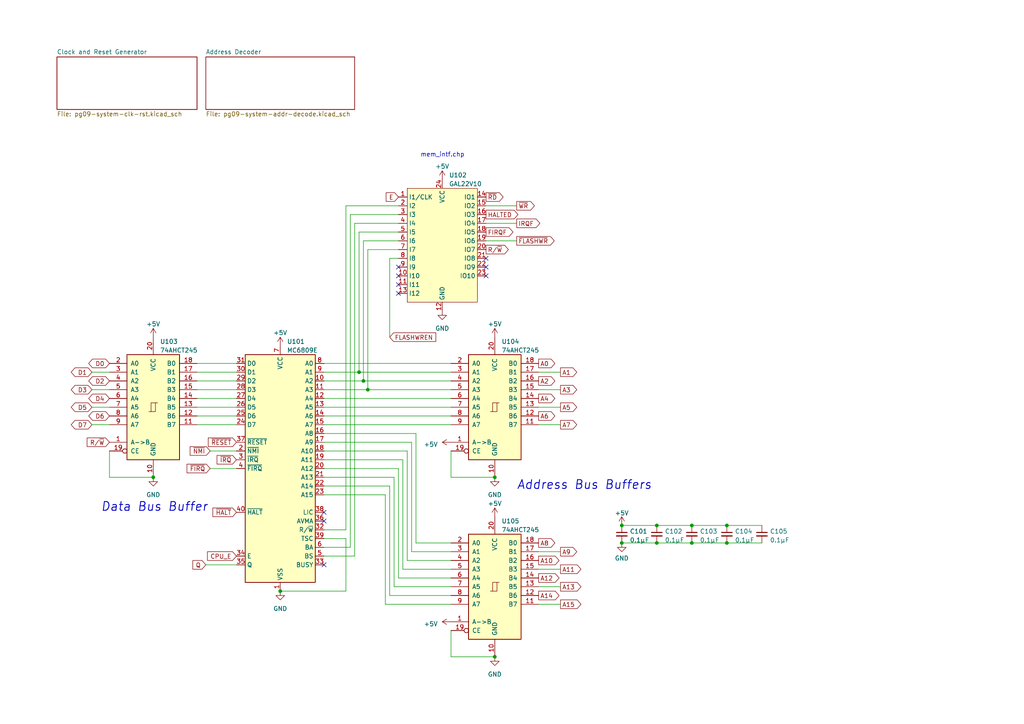
<source format=kicad_sch>
(kicad_sch (version 20230121) (generator eeschema)
  (paper "A4")
  (title_block (title "6809 Playground system board") (date "2023-04-29") (company "Copyright (c) 2022-2023 Jason R. Thorpe. See LICENSE."))
  (lib_symbols
    (symbol "74xx:74HC245" (pin_names (offset 1.016))
      (property "Reference" "U" (at -7.62 16.51 0))
      (property "Value" "74HC245" (at -7.62 -16.51 0))
      (symbol "74HC245_1_0"
        (polyline (pts (xy -0.635 -1.27) (xy -0.635 1.27) (xy 0.635 1.27)))
        (polyline (pts (xy -1.27 -1.27) (xy 0.635 -1.27) (xy 0.635 1.27) (xy 1.27 1.27)))
        (pin input line (at -12.7 -10.16 0) (length 5.08) (name "A->B") (number "1"))
        (pin power_in line (at 0 -20.32 90) (length 5.08) (name "GND") (number "10"))
        (pin tri_state line (at 12.7 -5.08 180) (length 5.08) (name "B7") (number "11"))
        (pin tri_state line (at 12.7 -2.54 180) (length 5.08) (name "B6") (number "12"))
        (pin tri_state line (at 12.7 0 180) (length 5.08) (name "B5") (number "13"))
        (pin tri_state line (at 12.7 2.54 180) (length 5.08) (name "B4") (number "14"))
        (pin tri_state line (at 12.7 5.08 180) (length 5.08) (name "B3") (number "15"))
        (pin tri_state line (at 12.7 7.62 180) (length 5.08) (name "B2") (number "16"))
        (pin tri_state line (at 12.7 10.16 180) (length 5.08) (name "B1") (number "17"))
        (pin tri_state line (at 12.7 12.7 180) (length 5.08) (name "B0") (number "18"))
        (pin input inverted (at -12.7 -12.7 0) (length 5.08) (name "CE") (number "19"))
        (pin tri_state line (at -12.7 12.7 0) (length 5.08) (name "A0") (number "2"))
        (pin power_in line (at 0 20.32 270) (length 5.08) (name "VCC") (number "20"))
        (pin tri_state line (at -12.7 10.16 0) (length 5.08) (name "A1") (number "3"))
        (pin tri_state line (at -12.7 7.62 0) (length 5.08) (name "A2") (number "4"))
        (pin tri_state line (at -12.7 5.08 0) (length 5.08) (name "A3") (number "5"))
        (pin tri_state line (at -12.7 2.54 0) (length 5.08) (name "A4") (number "6"))
        (pin tri_state line (at -12.7 0 0) (length 5.08) (name "A5") (number "7"))
        (pin tri_state line (at -12.7 -2.54 0) (length 5.08) (name "A6") (number "8"))
        (pin tri_state line (at -12.7 -5.08 0) (length 5.08) (name "A7") (number "9"))
      )
      (symbol "74HC245_1_1"
        (rectangle (start -7.62 15.24) (end 7.62 -15.24) (stroke (width 0.254)) (fill (type background)))
      )
    )
    (symbol "CPU_NXP_6800:MC6809E"
      (property "Reference" "U" (at -7.62 34.544 0))
      (property "Value" "MC6809E" (at 10.16 34.544 0))
      (symbol "MC6809E_0_1"
        (rectangle (start -10.16 -33.02) (end 10.16 33.02) (stroke (width 0.254)) (fill (type background)))
      )
      (symbol "MC6809E_1_1"
        (pin power_in line (at 0 -35.56 90) (length 2.54) (name "VSS") (number "1"))
        (pin output line (at 12.7 25.4 180) (length 2.54) (name "A2") (number "10"))
        (pin output line (at 12.7 22.86 180) (length 2.54) (name "A3") (number "11"))
        (pin output line (at 12.7 20.32 180) (length 2.54) (name "A4") (number "12"))
        (pin output line (at 12.7 17.78 180) (length 2.54) (name "A5") (number "13"))
        (pin output line (at 12.7 15.24 180) (length 2.54) (name "A6") (number "14"))
        (pin output line (at 12.7 12.7 180) (length 2.54) (name "A7") (number "15"))
        (pin output line (at 12.7 10.16 180) (length 2.54) (name "A8") (number "16"))
        (pin output line (at 12.7 7.62 180) (length 2.54) (name "A9") (number "17"))
        (pin output line (at 12.7 5.08 180) (length 2.54) (name "A10") (number "18"))
        (pin output line (at 12.7 2.54 180) (length 2.54) (name "A11") (number "19"))
        (pin input line (at -12.7 5.08 0) (length 2.54) (name "~{NMI}") (number "2"))
        (pin output line (at 12.7 0 180) (length 2.54) (name "A12") (number "20"))
        (pin output line (at 12.7 -2.54 180) (length 2.54) (name "A13") (number "21"))
        (pin output line (at 12.7 -5.08 180) (length 2.54) (name "A14") (number "22"))
        (pin output line (at 12.7 -7.62 180) (length 2.54) (name "A15") (number "23"))
        (pin bidirectional line (at -12.7 12.7 0) (length 2.54) (name "D7") (number "24"))
        (pin bidirectional line (at -12.7 15.24 0) (length 2.54) (name "D6") (number "25"))
        (pin bidirectional line (at -12.7 17.78 0) (length 2.54) (name "D5") (number "26"))
        (pin bidirectional line (at -12.7 20.32 0) (length 2.54) (name "D4") (number "27"))
        (pin bidirectional line (at -12.7 22.86 0) (length 2.54) (name "D3") (number "28"))
        (pin bidirectional line (at -12.7 25.4 0) (length 2.54) (name "D2") (number "29"))
        (pin input line (at -12.7 2.54 0) (length 2.54) (name "~{IRQ}") (number "3"))
        (pin bidirectional line (at -12.7 27.94 0) (length 2.54) (name "D1") (number "30"))
        (pin bidirectional line (at -12.7 30.48 0) (length 2.54) (name "D0") (number "31"))
        (pin output line (at 12.7 -17.78 180) (length 2.54) (name "R/~{W}") (number "32"))
        (pin output line (at 12.7 -27.94 180) (length 2.54) (name "BUSY") (number "33"))
        (pin input line (at -12.7 -25.4 0) (length 2.54) (name "E") (number "34"))
        (pin input line (at -12.7 -27.94 0) (length 2.54) (name "Q") (number "35"))
        (pin output line (at 12.7 -15.24 180) (length 2.54) (name "AVMA") (number "36"))
        (pin input line (at -12.7 7.62 0) (length 2.54) (name "~{RESET}") (number "37"))
        (pin output line (at 12.7 -12.7 180) (length 2.54) (name "LIC") (number "38"))
        (pin output line (at 12.7 -20.32 180) (length 2.54) (name "TSC") (number "39"))
        (pin input line (at -12.7 0 0) (length 2.54) (name "~{FIRQ}") (number "4"))
        (pin input line (at -12.7 -12.7 0) (length 2.54) (name "~{HALT}") (number "40"))
        (pin output line (at 12.7 -25.4 180) (length 2.54) (name "BS") (number "5"))
        (pin output line (at 12.7 -22.86 180) (length 2.54) (name "BA") (number "6"))
        (pin power_in line (at 0 35.56 270) (length 2.54) (name "VCC") (number "7"))
        (pin output line (at 12.7 30.48 180) (length 2.54) (name "A0") (number "8"))
        (pin output line (at 12.7 27.94 180) (length 2.54) (name "A1") (number "9"))
      )
    )
    (symbol "Device:C_Small" (pin_numbers hide) (pin_names (offset 0.254) hide)
      (property "Reference" "C" (at 0.254 1.778 0))
      (property "Value" "C_Small" (at 0.254 -2.032 0))
      (symbol "C_Small_0_1"
        (polyline (pts (xy -1.524 -0.508) (xy 1.524 -0.508)) (stroke (width 0.3302)))
        (polyline (pts (xy -1.524 0.508) (xy 1.524 0.508)) (stroke (width 0.3048)))
      )
      (symbol "C_Small_1_1"
        (pin passive line (at 0 2.54 270) (length 2.032) (name "~") (number "1"))
        (pin passive line (at 0 -2.54 90) (length 2.032) (name "~") (number "2"))
      )
    )
    (symbol "jrt-ICs:GAL22V10" (pin_names (offset 0.5))
      (property "Reference" "U" (at 2.54 20.32 0))
      (property "Value" "GAL22V10" (at 0 0 0))
      (symbol "GAL22V10_1_1"
        (rectangle (start -10.16 16.51) (end 10.16 -16.51) (fill (type background)))
        (pin input line (at -12.7 13.97 0) (length 2.54) (name "I1/CLK") (number "1"))
        (pin input line (at -12.7 -8.89 0) (length 2.54) (name "I10") (number "10"))
        (pin input line (at -12.7 -11.43 0) (length 2.54) (name "I11") (number "11"))
        (pin power_in line (at 0 -19.05 90) (length 2.54) (name "GND") (number "12"))
        (pin input line (at -12.7 -13.97 0) (length 2.54) (name "I12") (number "13"))
        (pin tri_state line (at 12.7 13.97 180) (length 2.54) (name "IO1") (number "14"))
        (pin tri_state line (at 12.7 11.43 180) (length 2.54) (name "IO2") (number "15"))
        (pin tri_state line (at 12.7 8.89 180) (length 2.54) (name "IO3") (number "16"))
        (pin tri_state line (at 12.7 6.35 180) (length 2.54) (name "IO4") (number "17"))
        (pin tri_state line (at 12.7 3.81 180) (length 2.54) (name "IO5") (number "18"))
        (pin tri_state line (at 12.7 1.27 180) (length 2.54) (name "IO6") (number "19"))
        (pin input line (at -12.7 11.43 0) (length 2.54) (name "I2") (number "2"))
        (pin tri_state line (at 12.7 -1.27 180) (length 2.54) (name "IO7") (number "20"))
        (pin tri_state line (at 12.7 -3.81 180) (length 2.54) (name "IO8") (number "21"))
        (pin tri_state line (at 12.7 -6.35 180) (length 2.54) (name "IO9") (number "22"))
        (pin tri_state line (at 12.7 -8.89 180) (length 2.54) (name "IO10") (number "23"))
        (pin power_in line (at 0 19.05 270) (length 2.54) (name "VCC") (number "24"))
        (pin input line (at -12.7 8.89 0) (length 2.54) (name "I3") (number "3"))
        (pin input line (at -12.7 6.35 0) (length 2.54) (name "I4") (number "4"))
        (pin input line (at -12.7 3.81 0) (length 2.54) (name "I5") (number "5"))
        (pin input line (at -12.7 1.27 0) (length 2.54) (name "I6") (number "6"))
        (pin input line (at -12.7 -1.27 0) (length 2.54) (name "I7") (number "7"))
        (pin input line (at -12.7 -3.81 0) (length 2.54) (name "I8") (number "8"))
        (pin input line (at -12.7 -6.35 0) (length 2.54) (name "I9") (number "9"))
      )
    )
    (symbol "power:+5V" (power) (pin_names (offset 0))
      (property "Value" "+5V" (at 0 3.556 0))
      (symbol "+5V_0_1"
        (polyline (pts (xy -0.762 1.27) (xy 0 2.54)))
        (polyline (pts (xy 0 0) (xy 0 2.54)))
        (polyline (pts (xy 0 2.54) (xy 0.762 1.27)))
      )
      (symbol "+5V_1_1"
        (pin power_in line (at 0 0 90) (length 0) hide (name "+5V") (number "1"))
      )
    )
    (symbol "power:GND" (power) (pin_names (offset 0))
      (property "Value" "GND" (at 0 -3.81 0))
      (symbol "GND_0_1"
        (polyline (pts (xy 0 0) (xy 0 -1.27) (xy 1.27 -1.27) (xy 0 -2.54) (xy -1.27 -1.27) (xy 0 -1.27)))
      )
      (symbol "GND_1_1"
        (pin power_in line (at 0 0 270) (length 0) hide (name "GND") (number "1"))
      )
    )
  )
  (junction (at 200.66 152.4))
  (junction (at 190.5 157.48))
  (junction (at 210.82 152.4))
  (junction (at 44.45 138.43))
  (junction (at 106.68 113.03))
  (junction (at 180.34 152.4))
  (junction (at 105.41 110.49))
  (junction (at 180.34 157.48))
  (junction (at 81.28 171.45))
  (junction (at 210.82 157.48))
  (junction (at 143.51 138.43))
  (junction (at 143.51 190.5))
  (junction (at 190.5 152.4))
  (junction (at 104.14 107.95))
  (junction (at 200.66 157.48))
  (no_connect (at 115.57 80.01))
  (no_connect (at 93.98 151.13))
  (no_connect (at 115.57 85.09))
  (no_connect (at 140.97 77.47))
  (no_connect (at 93.98 148.59))
  (no_connect (at 140.97 74.93))
  (no_connect (at 140.97 80.01))
  (no_connect (at 93.98 163.83))
  (no_connect (at 115.57 82.55))
  (no_connect (at 115.57 77.47))
  (wire (pts (xy 59.69 163.83) (xy 68.58 163.83)))
  (wire (pts (xy 102.87 161.29) (xy 102.87 64.77)))
  (wire (pts (xy 100.33 153.67) (xy 100.33 59.69)))
  (wire (pts (xy 93.98 135.89) (xy 115.57 135.89)))
  (wire (pts (xy 57.15 123.19) (xy 68.58 123.19)))
  (wire (pts (xy 156.21 165.1) (xy 162.56 165.1)))
  (wire (pts (xy 156.21 160.02) (xy 162.56 160.02)))
  (wire (pts (xy 111.76 143.51) (xy 111.76 175.26)))
  (wire (pts (xy 119.38 160.02) (xy 130.81 160.02)))
  (wire (pts (xy 93.98 161.29) (xy 102.87 161.29)))
  (wire (pts (xy 31.75 130.81) (xy 31.75 138.43)))
  (wire (pts (xy 93.98 113.03) (xy 106.68 113.03)))
  (wire (pts (xy 180.34 157.48) (xy 190.5 157.48)))
  (wire (pts (xy 118.11 162.56) (xy 130.81 162.56)))
  (wire (pts (xy 190.5 152.4) (xy 200.66 152.4)))
  (wire (pts (xy 115.57 135.89) (xy 115.57 167.64)))
  (wire (pts (xy 156.21 113.03) (xy 162.56 113.03)))
  (wire (pts (xy 113.03 97.79) (xy 113.03 74.93)))
  (wire (pts (xy 57.15 113.03) (xy 68.58 113.03)))
  (wire (pts (xy 113.03 172.72) (xy 130.81 172.72)))
  (wire (pts (xy 60.96 135.89) (xy 68.58 135.89)))
  (wire (pts (xy 93.98 105.41) (xy 130.81 105.41)))
  (wire (pts (xy 26.67 123.19) (xy 31.75 123.19)))
  (wire (pts (xy 116.84 165.1) (xy 130.81 165.1)))
  (wire (pts (xy 106.68 72.39) (xy 115.57 72.39)))
  (wire (pts (xy 104.14 107.95) (xy 130.81 107.95)))
  (wire (pts (xy 60.96 130.81) (xy 68.58 130.81)))
  (wire (pts (xy 140.97 59.69) (xy 149.86 59.69)))
  (wire (pts (xy 120.65 125.73) (xy 120.65 157.48)))
  (wire (pts (xy 105.41 110.49) (xy 130.81 110.49)))
  (wire (pts (xy 116.84 133.35) (xy 116.84 165.1)))
  (wire (pts (xy 106.68 113.03) (xy 130.81 113.03)))
  (wire (pts (xy 93.98 140.97) (xy 113.03 140.97)))
  (wire (pts (xy 93.98 125.73) (xy 120.65 125.73)))
  (wire (pts (xy 57.15 115.57) (xy 68.58 115.57)))
  (wire (pts (xy 101.6 62.23) (xy 115.57 62.23)))
  (wire (pts (xy 93.98 130.81) (xy 118.11 130.81)))
  (wire (pts (xy 120.65 157.48) (xy 130.81 157.48)))
  (wire (pts (xy 156.21 170.18) (xy 162.56 170.18)))
  (wire (pts (xy 130.81 190.5) (xy 143.51 190.5)))
  (wire (pts (xy 210.82 152.4) (xy 220.98 152.4)))
  (wire (pts (xy 93.98 123.19) (xy 130.81 123.19)))
  (wire (pts (xy 113.03 74.93) (xy 115.57 74.93)))
  (wire (pts (xy 114.3 170.18) (xy 130.81 170.18)))
  (wire (pts (xy 93.98 128.27) (xy 119.38 128.27)))
  (wire (pts (xy 190.5 157.48) (xy 200.66 157.48)))
  (wire (pts (xy 93.98 120.65) (xy 130.81 120.65)))
  (wire (pts (xy 93.98 143.51) (xy 111.76 143.51)))
  (wire (pts (xy 26.67 107.95) (xy 31.75 107.95)))
  (wire (pts (xy 57.15 118.11) (xy 68.58 118.11)))
  (wire (pts (xy 130.81 138.43) (xy 143.51 138.43)))
  (wire (pts (xy 200.66 157.48) (xy 210.82 157.48)))
  (wire (pts (xy 119.38 128.27) (xy 119.38 160.02)))
  (wire (pts (xy 26.67 118.11) (xy 31.75 118.11)))
  (wire (pts (xy 93.98 133.35) (xy 116.84 133.35)))
  (wire (pts (xy 180.34 152.4) (xy 190.5 152.4)))
  (wire (pts (xy 26.67 113.03) (xy 31.75 113.03)))
  (wire (pts (xy 57.15 120.65) (xy 68.58 120.65)))
  (wire (pts (xy 114.3 138.43) (xy 114.3 170.18)))
  (wire (pts (xy 31.75 138.43) (xy 44.45 138.43)))
  (wire (pts (xy 100.33 156.21) (xy 100.33 171.45)))
  (wire (pts (xy 93.98 153.67) (xy 100.33 153.67)))
  (wire (pts (xy 102.87 64.77) (xy 115.57 64.77)))
  (wire (pts (xy 57.15 107.95) (xy 68.58 107.95)))
  (wire (pts (xy 130.81 130.81) (xy 130.81 138.43)))
  (wire (pts (xy 210.82 157.48) (xy 220.98 157.48)))
  (wire (pts (xy 118.11 130.81) (xy 118.11 162.56)))
  (wire (pts (xy 140.97 64.77) (xy 149.86 64.77)))
  (wire (pts (xy 100.33 171.45) (xy 81.28 171.45)))
  (wire (pts (xy 93.98 110.49) (xy 105.41 110.49)))
  (wire (pts (xy 111.76 175.26) (xy 130.81 175.26)))
  (wire (pts (xy 106.68 113.03) (xy 106.68 72.39)))
  (wire (pts (xy 200.66 152.4) (xy 210.82 152.4)))
  (wire (pts (xy 93.98 158.75) (xy 101.6 158.75)))
  (wire (pts (xy 156.21 107.95) (xy 162.56 107.95)))
  (wire (pts (xy 100.33 59.69) (xy 115.57 59.69)))
  (wire (pts (xy 93.98 107.95) (xy 104.14 107.95)))
  (wire (pts (xy 156.21 118.11) (xy 162.56 118.11)))
  (wire (pts (xy 104.14 107.95) (xy 104.14 67.31)))
  (wire (pts (xy 93.98 156.21) (xy 100.33 156.21)))
  (wire (pts (xy 57.15 110.49) (xy 68.58 110.49)))
  (wire (pts (xy 115.57 167.64) (xy 130.81 167.64)))
  (wire (pts (xy 105.41 110.49) (xy 105.41 69.85)))
  (wire (pts (xy 93.98 118.11) (xy 130.81 118.11)))
  (wire (pts (xy 156.21 175.26) (xy 162.56 175.26)))
  (wire (pts (xy 105.41 69.85) (xy 115.57 69.85)))
  (wire (pts (xy 93.98 115.57) (xy 130.81 115.57)))
  (wire (pts (xy 93.98 138.43) (xy 114.3 138.43)))
  (wire (pts (xy 130.81 182.88) (xy 130.81 190.5)))
  (wire (pts (xy 57.15 105.41) (xy 68.58 105.41)))
  (wire (pts (xy 101.6 158.75) (xy 101.6 62.23)))
  (wire (pts (xy 104.14 67.31) (xy 115.57 67.31)))
  (wire (pts (xy 113.03 140.97) (xy 113.03 172.72)))
  (wire (pts (xy 140.97 69.85) (xy 149.86 69.85)))
  (wire (pts (xy 156.21 123.19) (xy 162.56 123.19)))
  (text "mem_intf.chp" (at 121.92 45.72 0) (effects (font (size 1.27 1.27)) (justify left bottom)))
  (text "Address Bus Buffers" (at 149.86 142.24 0) (effects (font (size 2.54 2.54) (thickness 0.254) bold italic) (justify left bottom)))
  (text "Data Bus Buffer" (at 29.21 148.59 0) (effects (font (size 2.54 2.54) (thickness 0.254) bold italic) (justify left bottom)))
  (global_label "A14" (shape output) (at 156.21 172.72 0) (property "Intersheetrefs" "${INTERSHEET_REFS}" (effects hide)))
  (global_label "D7" (shape bidirectional) (at 26.67 123.19 180) (property "Intersheetrefs" "${INTERSHEET_REFS}" (effects hide)))
  (global_label "~{HALT}" (shape input) (at 68.58 148.59 180) (property "Intersheetrefs" "${INTERSHEET_REFS}" (effects hide)))
  (global_label "~{NMI}" (shape input) (at 60.96 130.81 180) (property "Intersheetrefs" "${INTERSHEET_REFS}" (effects hide)))
  (global_label "A6" (shape output) (at 156.21 120.65 0) (property "Intersheetrefs" "${INTERSHEET_REFS}" (effects hide)))
  (global_label "A15" (shape output) (at 162.56 175.26 0) (property "Intersheetrefs" "${INTERSHEET_REFS}" (effects hide)))
  (global_label "A11" (shape output) (at 162.56 165.1 0) (property "Intersheetrefs" "${INTERSHEET_REFS}" (effects hide)))
  (global_label "Q" (shape input) (at 59.69 163.83 180) (property "Intersheetrefs" "${INTERSHEET_REFS}" (effects hide)))
  (global_label "D6" (shape bidirectional) (at 31.75 120.65 180) (property "Intersheetrefs" "${INTERSHEET_REFS}" (effects hide)))
  (global_label "~{WR}" (shape output) (at 149.86 59.69 0) (property "Intersheetrefs" "${INTERSHEET_REFS}" (effects hide)))
  (global_label "A10" (shape output) (at 156.21 162.56 0) (property "Intersheetrefs" "${INTERSHEET_REFS}" (effects hide)))
  (global_label "A3" (shape output) (at 162.56 113.03 0) (property "Intersheetrefs" "${INTERSHEET_REFS}" (effects hide)))
  (global_label "HALTED" (shape output) (at 140.97 62.23 0) (property "Intersheetrefs" "${INTERSHEET_REFS}" (effects hide)))
  (global_label "~{RESET}" (shape input) (at 68.58 128.27 180) (property "Intersheetrefs" "${INTERSHEET_REFS}" (effects hide)))
  (global_label "~{FIRQ}" (shape input) (at 60.96 135.89 180) (property "Intersheetrefs" "${INTERSHEET_REFS}" (effects hide)))
  (global_label "R{slash}~{W}" (shape input) (at 31.75 128.27 180) (property "Intersheetrefs" "${INTERSHEET_REFS}" (effects hide)))
  (global_label "A0" (shape output) (at 156.21 105.41 0) (property "Intersheetrefs" "${INTERSHEET_REFS}" (effects hide)))
  (global_label "IRQF" (shape output) (at 149.86 64.77 0) (property "Intersheetrefs" "${INTERSHEET_REFS}" (effects hide)))
  (global_label "D2" (shape bidirectional) (at 31.75 110.49 180) (property "Intersheetrefs" "${INTERSHEET_REFS}" (effects hide)))
  (global_label "A7" (shape output) (at 162.56 123.19 0) (property "Intersheetrefs" "${INTERSHEET_REFS}" (effects hide)))
  (global_label "D4" (shape bidirectional) (at 31.75 115.57 180) (property "Intersheetrefs" "${INTERSHEET_REFS}" (effects hide)))
  (global_label "~{RD}" (shape output) (at 140.97 57.15 0) (property "Intersheetrefs" "${INTERSHEET_REFS}" (effects hide)))
  (global_label "A13" (shape output) (at 162.56 170.18 0) (property "Intersheetrefs" "${INTERSHEET_REFS}" (effects hide)))
  (global_label "E" (shape input) (at 115.57 57.15 180) (property "Intersheetrefs" "${INTERSHEET_REFS}" (effects hide)))
  (global_label "R{slash}~{W}" (shape output) (at 140.97 72.39 0) (property "Intersheetrefs" "${INTERSHEET_REFS}" (effects hide)))
  (global_label "FIRQF" (shape output) (at 140.97 67.31 0) (property "Intersheetrefs" "${INTERSHEET_REFS}" (effects hide)))
  (global_label "A2" (shape output) (at 156.21 110.49 0) (property "Intersheetrefs" "${INTERSHEET_REFS}" (effects hide)))
  (global_label "~{IRQ}" (shape input) (at 68.58 133.35 180) (property "Intersheetrefs" "${INTERSHEET_REFS}" (effects hide)))
  (global_label "D0" (shape bidirectional) (at 31.75 105.41 180) (property "Intersheetrefs" "${INTERSHEET_REFS}" (effects hide)))
  (global_label "A8" (shape output) (at 156.21 157.48 0) (property "Intersheetrefs" "${INTERSHEET_REFS}" (effects hide)))
  (global_label "A1" (shape output) (at 162.56 107.95 0) (property "Intersheetrefs" "${INTERSHEET_REFS}" (effects hide)))
  (global_label "~{FLASHWR}" (shape output) (at 149.86 69.85 0) (property "Intersheetrefs" "${INTERSHEET_REFS}" (effects hide)))
  (global_label "A9" (shape output) (at 162.56 160.02 0) (property "Intersheetrefs" "${INTERSHEET_REFS}" (effects hide)))
  (global_label "CPU_E" (shape input) (at 68.58 161.29 180) (property "Intersheetrefs" "${INTERSHEET_REFS}" (effects hide)))
  (global_label "A4" (shape output) (at 156.21 115.57 0) (property "Intersheetrefs" "${INTERSHEET_REFS}" (effects hide)))
  (global_label "A5" (shape output) (at 162.56 118.11 0) (property "Intersheetrefs" "${INTERSHEET_REFS}" (effects hide)))
  (global_label "FLASHWREN" (shape input) (at 113.03 97.79 0) (property "Intersheetrefs" "${INTERSHEET_REFS}" (effects hide)))
  (global_label "D3" (shape bidirectional) (at 26.67 113.03 180) (property "Intersheetrefs" "${INTERSHEET_REFS}" (effects hide)))
  (global_label "D5" (shape bidirectional) (at 26.67 118.11 180) (property "Intersheetrefs" "${INTERSHEET_REFS}" (effects hide)))
  (global_label "D1" (shape bidirectional) (at 26.67 107.95 180) (property "Intersheetrefs" "${INTERSHEET_REFS}" (effects hide)))
  (global_label "A12" (shape output) (at 156.21 167.64 0) (property "Intersheetrefs" "${INTERSHEET_REFS}" (effects hide)))
  (symbol (lib_id "74xx:74HC245") (at 143.51 170.18 0) (unit 1)
    (property "Reference" "U105" (at 145.4659 151.13 0) (effects (justify left)))
    (property "Value" "74AHCT245" (at 145.4659 153.67 0) (effects (justify left)))
    (property "Datasheet" "http://www.ti.com/lit/gpn/sn74HC245" (effects hide))
  )
  (symbol (lib_id "power:+5V") (at 128.27 52.07 0) (unit 1)
    (property "Reference" "#PWR0105" (effects hide))
    (property "Value" "+5V" (at 128.27 48.26 0))
  )
  (symbol (lib_id "CPU_NXP_6800:MC6809E") (at 81.28 135.89 0) (unit 1)
    (property "Reference" "U101" (at 83.2359 99.06 0) (effects (justify left)))
    (property "Value" "MC6809E" (at 83.2359 101.6 0) (effects (justify left)))
    (property "Footprint" "Package_DIP:DIP-40_W15.24mm" (effects hide))
    (property "Datasheet" "http://pdf.datasheetcatalog.com/datasheet/motorola/MC68B09S.pdf" (effects hide))
  )
  (symbol (lib_id "power:GND") (at 143.51 138.43 0) (unit 1)
    (property "Reference" "#PWR0111" (effects hide))
    (property "Value" "GND" (at 143.51 143.51 0))
  )
  (symbol (lib_id "power:GND") (at 180.34 157.48 0) (unit 1)
    (property "Reference" "#PWR0114" (effects hide))
    (property "Value" "GND" (at 180.34 161.9234 0))
  )
  (symbol (lib_id "74xx:74HC245") (at 143.51 118.11 0) (unit 1)
    (property "Reference" "U104" (at 145.4659 99.06 0) (effects (justify left)))
    (property "Value" "74AHCT245" (at 145.4659 101.6 0) (effects (justify left)))
    (property "Datasheet" "http://www.ti.com/lit/gpn/sn74HC245" (effects hide))
  )
  (symbol (lib_id "power:GND") (at 81.28 171.45 0) (unit 1)
    (property "Reference" "#PWR0102" (effects hide))
    (property "Value" "GND" (at 81.28 176.53 0))
  )
  (symbol (lib_id "power:GND") (at 128.27 90.17 0) (unit 1)
    (property "Reference" "#PWR0104" (effects hide))
    (property "Value" "GND" (at 128.27 95.25 0))
  )
  (symbol (lib_id "power:GND") (at 44.45 138.43 0) (unit 1)
    (property "Reference" "#PWR0106" (effects hide))
    (property "Value" "GND" (at 44.45 143.51 0))
  )
  (symbol (lib_id "power:GND") (at 143.51 190.5 0) (unit 1)
    (property "Reference" "#PWR0110" (effects hide))
    (property "Value" "GND" (at 143.51 195.58 0))
  )
  (symbol (lib_id "power:+5V") (at 180.34 152.4 0) (unit 1)
    (property "Reference" "#PWR0103" (effects hide))
    (property "Value" "+5V" (at 180.34 148.8242 0))
  )
  (symbol (lib_id "Device:C_Small") (at 220.98 154.94 0) (unit 1)
    (property "Reference" "C105" (at 223.3041 154.1116 0) (effects (justify left)))
    (property "Value" "0.1µF" (at 223.3041 156.6485 0) (effects (justify left)))
  )
  (symbol (lib_id "Device:C_Small") (at 180.34 154.94 0) (unit 1)
    (property "Reference" "C101" (at 182.6641 154.1116 0) (effects (justify left)))
    (property "Value" "0.1µF" (at 182.6641 156.6485 0) (effects (justify left)))
  )
  (symbol (lib_id "74xx:74HC245") (at 44.45 118.11 0) (unit 1)
    (property "Reference" "U103" (at 46.4059 99.06 0) (effects (justify left)))
    (property "Value" "74AHCT245" (at 46.4059 101.6 0) (effects (justify left)))
    (property "Datasheet" "http://www.ti.com/lit/gpn/sn74HC245" (effects hide))
  )
  (symbol (lib_id "Device:C_Small") (at 210.82 154.94 0) (unit 1)
    (property "Reference" "C104" (at 213.1441 154.1116 0) (effects (justify left)))
    (property "Value" "0.1µF" (at 213.1441 156.6485 0) (effects (justify left)))
  )
  (symbol (lib_id "power:+5V") (at 143.51 149.86 0) (unit 1)
    (property "Reference" "#PWR0113" (effects hide))
    (property "Value" "+5V" (at 143.51 146.05 0))
  )
  (symbol (lib_id "Device:C_Small") (at 190.5 154.94 0) (unit 1)
    (property "Reference" "C102" (at 192.8241 154.1116 0) (effects (justify left)))
    (property "Value" "0.1µF" (at 192.8241 156.6485 0) (effects (justify left)))
  )
  (symbol (lib_id "power:+5V") (at 130.81 180.34 90) (unit 1)
    (property "Reference" "#PWR0109" (effects hide))
    (property "Value" "+5V" (at 127 180.975 90) (effects (justify left)))
  )
  (symbol (lib_id "power:+5V") (at 143.51 97.79 0) (unit 1)
    (property "Reference" "#PWR0112" (effects hide))
    (property "Value" "+5V" (at 143.51 93.98 0))
  )
  (symbol (lib_id "Device:C_Small") (at 200.66 154.94 0) (unit 1)
    (property "Reference" "C103" (at 202.9841 154.1116 0) (effects (justify left)))
    (property "Value" "0.1µF" (at 202.9841 156.6485 0) (effects (justify left)))
  )
  (symbol (lib_id "power:+5V") (at 130.81 128.27 90) (unit 1)
    (property "Reference" "#PWR0108" (effects hide))
    (property "Value" "+5V" (at 127 128.905 90) (effects (justify left)))
  )
  (symbol (lib_id "power:+5V") (at 44.45 97.79 0) (unit 1)
    (property "Reference" "#PWR0107" (effects hide))
    (property "Value" "+5V" (at 44.45 93.98 0))
  )
  (symbol (lib_id "jrt-ICs:GAL22V10") (at 128.27 71.12 0) (unit 1)
    (property "Reference" "U102" (at 130.2259 50.8 0) (effects (justify left)))
    (property "Value" "GAL22V10" (at 130.2259 53.34 0) (effects (justify left)))
  )
  (symbol (lib_id "power:+5V") (at 81.28 100.33 0) (unit 1)
    (property "Reference" "#PWR0101" (effects hide))
    (property "Value" "+5V" (at 81.28 96.52 0))
  )
  (sheet (at 16.51 16.51) (size 40.64 15.24) (stroke (width 0.1524))
    (property "Sheetname" "Clock and Reset Generator" (at 16.51 15.7984 0) (effects (justify left bottom)))
    (property "Sheetfile" "pg09-system-clk-rst.kicad_sch" (at 16.51 32.3346 0) (effects (justify left top)))
  )
  (sheet (at 59.69 16.51) (size 43.18 15.24) (stroke (width 0.1524))
    (property "Sheetname" "Address Decoder" (at 59.69 15.7984 0) (effects (justify left bottom)))
    (property "Sheetfile" "pg09-system-addr-decode.kicad_sch" (at 59.69 32.3346 0) (effects (justify left top)))
  )
)
</source>
